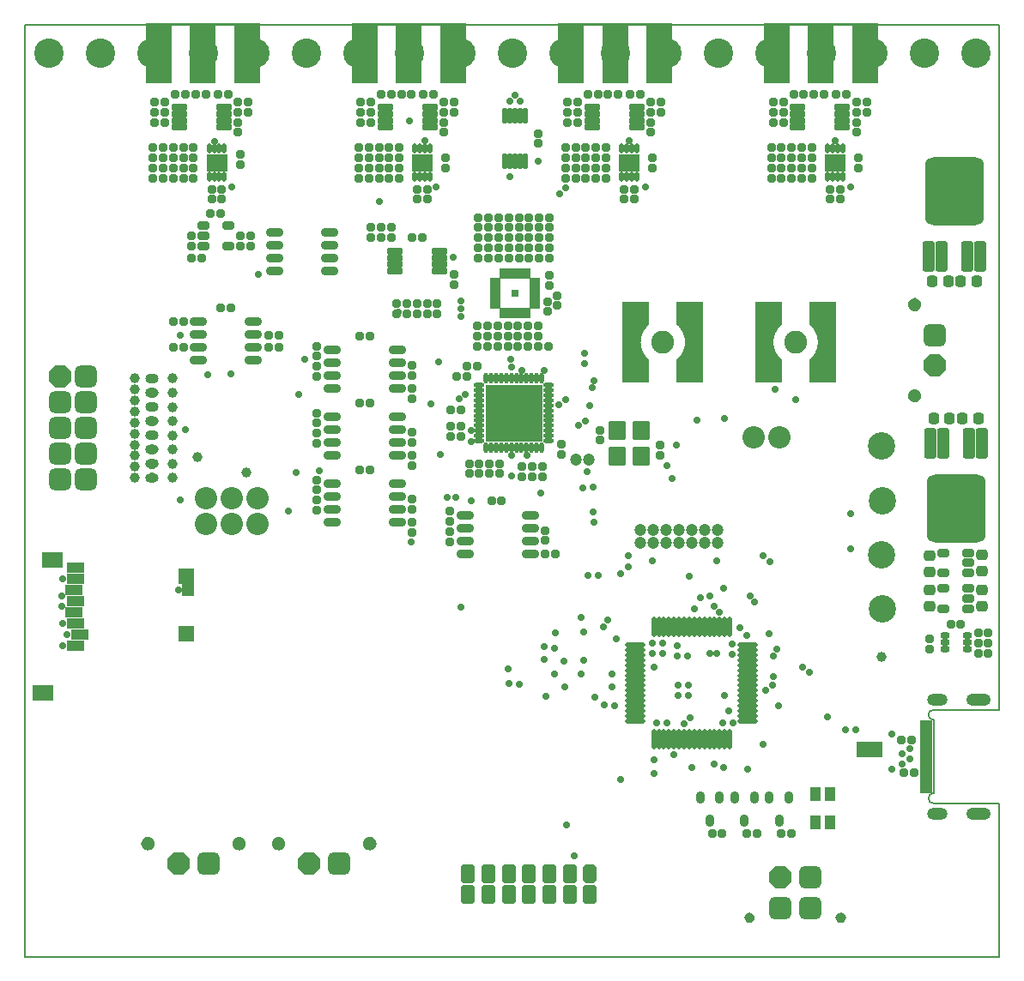
<source format=gts>
G04*
G04 #@! TF.GenerationSoftware,Altium Limited,Altium Designer,22.0.2 (36)*
G04*
G04 Layer_Color=8388736*
%FSLAX44Y44*%
%MOMM*%
G71*
G04*
G04 #@! TF.SameCoordinates,BB817302-6D05-45A6-82D7-9B19CF937CD1*
G04*
G04*
G04 #@! TF.FilePolarity,Negative*
G04*
G01*
G75*
%ADD11C,0.1500*%
%ADD12C,0.2000*%
%ADD53R,0.8532X1.5032*%
%ADD54R,0.9032X0.5032*%
%ADD55R,2.6032X6.0032*%
%ADD56R,2.5032X6.0032*%
%ADD57C,0.6000*%
G04:AMPARAMS|DCode=58|XSize=0.8032mm|YSize=0.8032mm|CornerRadius=0.1766mm|HoleSize=0mm|Usage=FLASHONLY|Rotation=90.000|XOffset=0mm|YOffset=0mm|HoleType=Round|Shape=RoundedRectangle|*
%AMROUNDEDRECTD58*
21,1,0.8032,0.4500,0,0,90.0*
21,1,0.4500,0.8032,0,0,90.0*
1,1,0.3532,0.2250,0.2250*
1,1,0.3532,0.2250,-0.2250*
1,1,0.3532,-0.2250,-0.2250*
1,1,0.3532,-0.2250,0.2250*
%
%ADD58ROUNDEDRECTD58*%
G04:AMPARAMS|DCode=59|XSize=0.5032mm|YSize=2.0032mm|CornerRadius=0.1766mm|HoleSize=0mm|Usage=FLASHONLY|Rotation=90.000|XOffset=0mm|YOffset=0mm|HoleType=Round|Shape=RoundedRectangle|*
%AMROUNDEDRECTD59*
21,1,0.5032,1.6500,0,0,90.0*
21,1,0.1500,2.0032,0,0,90.0*
1,1,0.3532,0.8250,0.0750*
1,1,0.3532,0.8250,-0.0750*
1,1,0.3532,-0.8250,-0.0750*
1,1,0.3532,-0.8250,0.0750*
%
%ADD59ROUNDEDRECTD59*%
G04:AMPARAMS|DCode=60|XSize=0.5032mm|YSize=2.0032mm|CornerRadius=0.1766mm|HoleSize=0mm|Usage=FLASHONLY|Rotation=0.000|XOffset=0mm|YOffset=0mm|HoleType=Round|Shape=RoundedRectangle|*
%AMROUNDEDRECTD60*
21,1,0.5032,1.6500,0,0,0.0*
21,1,0.1500,2.0032,0,0,0.0*
1,1,0.3532,0.0750,-0.8250*
1,1,0.3532,-0.0750,-0.8250*
1,1,0.3532,-0.0750,0.8250*
1,1,0.3532,0.0750,0.8250*
%
%ADD60ROUNDEDRECTD60*%
%ADD61R,1.7032X1.0032*%
%ADD62R,1.6032X1.5032*%
%ADD63R,1.1532X1.2032*%
%ADD64R,2.1032X1.6032*%
G04:AMPARAMS|DCode=65|XSize=0.8032mm|YSize=0.8032mm|CornerRadius=0.1766mm|HoleSize=0mm|Usage=FLASHONLY|Rotation=180.000|XOffset=0mm|YOffset=0mm|HoleType=Round|Shape=RoundedRectangle|*
%AMROUNDEDRECTD65*
21,1,0.8032,0.4500,0,0,180.0*
21,1,0.4500,0.8032,0,0,180.0*
1,1,0.3532,-0.2250,0.2250*
1,1,0.3532,0.2250,0.2250*
1,1,0.3532,0.2250,-0.2250*
1,1,0.3532,-0.2250,-0.2250*
%
%ADD65ROUNDEDRECTD65*%
%ADD66R,1.3032X0.5032*%
%ADD67C,2.2532*%
G04:AMPARAMS|DCode=68|XSize=0.8032mm|YSize=1.6532mm|CornerRadius=0.2516mm|HoleSize=0mm|Usage=FLASHONLY|Rotation=90.000|XOffset=0mm|YOffset=0mm|HoleType=Round|Shape=RoundedRectangle|*
%AMROUNDEDRECTD68*
21,1,0.8032,1.1500,0,0,90.0*
21,1,0.3000,1.6532,0,0,90.0*
1,1,0.5032,0.5750,0.1500*
1,1,0.5032,0.5750,-0.1500*
1,1,0.5032,-0.5750,-0.1500*
1,1,0.5032,-0.5750,0.1500*
%
%ADD68ROUNDEDRECTD68*%
%ADD69R,5.5532X5.5532*%
%ADD70O,1.0532X0.4532*%
%ADD71O,0.4532X1.0532*%
G04:AMPARAMS|DCode=72|XSize=0.6532mm|YSize=1.5532mm|CornerRadius=0.2141mm|HoleSize=0mm|Usage=FLASHONLY|Rotation=270.000|XOffset=0mm|YOffset=0mm|HoleType=Round|Shape=RoundedRectangle|*
%AMROUNDEDRECTD72*
21,1,0.6532,1.1250,0,0,270.0*
21,1,0.2250,1.5532,0,0,270.0*
1,1,0.4282,-0.5625,-0.1125*
1,1,0.4282,-0.5625,0.1125*
1,1,0.4282,0.5625,0.1125*
1,1,0.4282,0.5625,-0.1125*
%
%ADD72ROUNDEDRECTD72*%
G04:AMPARAMS|DCode=73|XSize=0.6032mm|YSize=0.9032mm|CornerRadius=0.2016mm|HoleSize=0mm|Usage=FLASHONLY|Rotation=90.000|XOffset=0mm|YOffset=0mm|HoleType=Round|Shape=RoundedRectangle|*
%AMROUNDEDRECTD73*
21,1,0.6032,0.5000,0,0,90.0*
21,1,0.2000,0.9032,0,0,90.0*
1,1,0.4032,0.2500,0.1000*
1,1,0.4032,0.2500,-0.1000*
1,1,0.4032,-0.2500,-0.1000*
1,1,0.4032,-0.2500,0.1000*
%
%ADD73ROUNDEDRECTD73*%
G04:AMPARAMS|DCode=74|XSize=0.8032mm|YSize=1.1032mm|CornerRadius=0.2516mm|HoleSize=0mm|Usage=FLASHONLY|Rotation=0.000|XOffset=0mm|YOffset=0mm|HoleType=Round|Shape=RoundedRectangle|*
%AMROUNDEDRECTD74*
21,1,0.8032,0.6000,0,0,0.0*
21,1,0.3000,1.1032,0,0,0.0*
1,1,0.5032,0.1500,-0.3000*
1,1,0.5032,-0.1500,-0.3000*
1,1,0.5032,-0.1500,0.3000*
1,1,0.5032,0.1500,0.3000*
%
%ADD74ROUNDEDRECTD74*%
%ADD75R,1.1032X1.4032*%
G04:AMPARAMS|DCode=76|XSize=0.8032mm|YSize=1.2032mm|CornerRadius=0.2516mm|HoleSize=0mm|Usage=FLASHONLY|Rotation=270.000|XOffset=0mm|YOffset=0mm|HoleType=Round|Shape=RoundedRectangle|*
%AMROUNDEDRECTD76*
21,1,0.8032,0.7000,0,0,270.0*
21,1,0.3000,1.2032,0,0,270.0*
1,1,0.5032,-0.3500,-0.1500*
1,1,0.5032,-0.3500,0.1500*
1,1,0.5032,0.3500,0.1500*
1,1,0.5032,0.3500,-0.1500*
%
%ADD76ROUNDEDRECTD76*%
G04:AMPARAMS|DCode=77|XSize=1.2032mm|YSize=3.0032mm|CornerRadius=0.2266mm|HoleSize=0mm|Usage=FLASHONLY|Rotation=0.000|XOffset=0mm|YOffset=0mm|HoleType=Round|Shape=RoundedRectangle|*
%AMROUNDEDRECTD77*
21,1,1.2032,2.5500,0,0,0.0*
21,1,0.7500,3.0032,0,0,0.0*
1,1,0.4532,0.3750,-1.2750*
1,1,0.4532,-0.3750,-1.2750*
1,1,0.4532,-0.3750,1.2750*
1,1,0.4532,0.3750,1.2750*
%
%ADD77ROUNDEDRECTD77*%
G04:AMPARAMS|DCode=78|XSize=6.7032mm|YSize=5.8032mm|CornerRadius=0.8016mm|HoleSize=0mm|Usage=FLASHONLY|Rotation=90.000|XOffset=0mm|YOffset=0mm|HoleType=Round|Shape=RoundedRectangle|*
%AMROUNDEDRECTD78*
21,1,6.7032,4.2000,0,0,90.0*
21,1,5.1000,5.8032,0,0,90.0*
1,1,1.6032,2.1000,2.5500*
1,1,1.6032,2.1000,-2.5500*
1,1,1.6032,-2.1000,-2.5500*
1,1,1.6032,-2.1000,2.5500*
%
%ADD78ROUNDEDRECTD78*%
G04:AMPARAMS|DCode=79|XSize=0.9532mm|YSize=1.1032mm|CornerRadius=0.1954mm|HoleSize=0mm|Usage=FLASHONLY|Rotation=180.000|XOffset=0mm|YOffset=0mm|HoleType=Round|Shape=RoundedRectangle|*
%AMROUNDEDRECTD79*
21,1,0.9532,0.7125,0,0,180.0*
21,1,0.5625,1.1032,0,0,180.0*
1,1,0.3907,-0.2813,0.3563*
1,1,0.3907,0.2813,0.3563*
1,1,0.3907,0.2813,-0.3563*
1,1,0.3907,-0.2813,-0.3563*
%
%ADD79ROUNDEDRECTD79*%
G04:AMPARAMS|DCode=80|XSize=0.9532mm|YSize=1.1032mm|CornerRadius=0.1954mm|HoleSize=0mm|Usage=FLASHONLY|Rotation=270.000|XOffset=0mm|YOffset=0mm|HoleType=Round|Shape=RoundedRectangle|*
%AMROUNDEDRECTD80*
21,1,0.9532,0.7125,0,0,270.0*
21,1,0.5625,1.1032,0,0,270.0*
1,1,0.3907,-0.3563,-0.2813*
1,1,0.3907,-0.3563,0.2813*
1,1,0.3907,0.3563,0.2813*
1,1,0.3907,0.3563,-0.2813*
%
%ADD80ROUNDEDRECTD80*%
G04:AMPARAMS|DCode=81|XSize=1.9032mm|YSize=1.7532mm|CornerRadius=0.2954mm|HoleSize=0mm|Usage=FLASHONLY|Rotation=90.000|XOffset=0mm|YOffset=0mm|HoleType=Round|Shape=RoundedRectangle|*
%AMROUNDEDRECTD81*
21,1,1.9032,1.1625,0,0,90.0*
21,1,1.3125,1.7532,0,0,90.0*
1,1,0.5907,0.5813,0.6563*
1,1,0.5907,0.5813,-0.6563*
1,1,0.5907,-0.5813,-0.6563*
1,1,0.5907,-0.5813,0.6563*
%
%ADD81ROUNDEDRECTD81*%
G04:AMPARAMS|DCode=82|XSize=0.5032mm|YSize=1.6032mm|CornerRadius=0.1766mm|HoleSize=0mm|Usage=FLASHONLY|Rotation=180.000|XOffset=0mm|YOffset=0mm|HoleType=Round|Shape=RoundedRectangle|*
%AMROUNDEDRECTD82*
21,1,0.5032,1.2500,0,0,180.0*
21,1,0.1500,1.6032,0,0,180.0*
1,1,0.3532,-0.0750,0.6250*
1,1,0.3532,0.0750,0.6250*
1,1,0.3532,0.0750,-0.6250*
1,1,0.3532,-0.0750,-0.6250*
%
%ADD82ROUNDEDRECTD82*%
%ADD83R,0.8032X0.8032*%
%ADD84R,0.5032X1.0532*%
%ADD85R,1.0532X0.5032*%
G04:AMPARAMS|DCode=86|XSize=0.5032mm|YSize=1.0032mm|CornerRadius=0.1766mm|HoleSize=0mm|Usage=FLASHONLY|Rotation=0.000|XOffset=0mm|YOffset=0mm|HoleType=Round|Shape=RoundedRectangle|*
%AMROUNDEDRECTD86*
21,1,0.5032,0.6500,0,0,0.0*
21,1,0.1500,1.0032,0,0,0.0*
1,1,0.3532,0.0750,-0.3250*
1,1,0.3532,-0.0750,-0.3250*
1,1,0.3532,-0.0750,0.3250*
1,1,0.3532,0.0750,0.3250*
%
%ADD86ROUNDEDRECTD86*%
%ADD87R,2.0032X1.7032*%
%ADD88C,1.2032*%
%ADD89P,2.4194X8X202.5*%
G04:AMPARAMS|DCode=90|XSize=2.2352mm|YSize=2.2352mm|CornerRadius=0.6096mm|HoleSize=0mm|Usage=FLASHONLY|Rotation=180.000|XOffset=0mm|YOffset=0mm|HoleType=Round|Shape=RoundedRectangle|*
%AMROUNDEDRECTD90*
21,1,2.2352,1.0160,0,0,180.0*
21,1,1.0160,2.2352,0,0,180.0*
1,1,1.2192,-0.5080,0.5080*
1,1,1.2192,0.5080,0.5080*
1,1,1.2192,0.5080,-0.5080*
1,1,1.2192,-0.5080,-0.5080*
%
%ADD90ROUNDEDRECTD90*%
G04:AMPARAMS|DCode=91|XSize=1.4224mm|YSize=1.9304mm|CornerRadius=0.4064mm|HoleSize=0mm|Usage=FLASHONLY|Rotation=0.000|XOffset=0mm|YOffset=0mm|HoleType=Round|Shape=RoundedRectangle|*
%AMROUNDEDRECTD91*
21,1,1.4224,1.1176,0,0,0.0*
21,1,0.6096,1.9304,0,0,0.0*
1,1,0.8128,0.3048,-0.5588*
1,1,0.8128,-0.3048,-0.5588*
1,1,0.8128,-0.3048,0.5588*
1,1,0.8128,0.3048,0.5588*
%
%ADD91ROUNDEDRECTD91*%
G04:AMPARAMS|DCode=92|XSize=1.4224mm|YSize=1.9304mm|CornerRadius=0mm|HoleSize=0mm|Usage=FLASHONLY|Rotation=0.000|XOffset=0mm|YOffset=0mm|HoleType=Round|Shape=Octagon|*
%AMOCTAGOND92*
4,1,8,-0.3556,0.9652,0.3556,0.9652,0.7112,0.6096,0.7112,-0.6096,0.3556,-0.9652,-0.3556,-0.9652,-0.7112,-0.6096,-0.7112,0.6096,-0.3556,0.9652,0.0*
%
%ADD92OCTAGOND92*%

%ADD93P,2.4194X8X112.5*%
G04:AMPARAMS|DCode=94|XSize=2.2352mm|YSize=2.2352mm|CornerRadius=0.6096mm|HoleSize=0mm|Usage=FLASHONLY|Rotation=90.000|XOffset=0mm|YOffset=0mm|HoleType=Round|Shape=RoundedRectangle|*
%AMROUNDEDRECTD94*
21,1,2.2352,1.0160,0,0,90.0*
21,1,1.0160,2.2352,0,0,90.0*
1,1,1.2192,0.5080,0.5080*
1,1,1.2192,0.5080,-0.5080*
1,1,1.2192,-0.5080,-0.5080*
1,1,1.2192,-0.5080,0.5080*
%
%ADD94ROUNDEDRECTD94*%
%ADD95C,1.0032*%
G04:AMPARAMS|DCode=96|XSize=2.2032mm|YSize=2.2032mm|CornerRadius=0.6016mm|HoleSize=0mm|Usage=FLASHONLY|Rotation=90.000|XOffset=0mm|YOffset=0mm|HoleType=Round|Shape=RoundedRectangle|*
%AMROUNDEDRECTD96*
21,1,2.2032,1.0000,0,0,90.0*
21,1,1.0000,2.2032,0,0,90.0*
1,1,1.2032,0.5000,0.5000*
1,1,1.2032,0.5000,-0.5000*
1,1,1.2032,-0.5000,-0.5000*
1,1,1.2032,-0.5000,0.5000*
%
%ADD96ROUNDEDRECTD96*%
%ADD97P,2.3848X8X112.5*%
%ADD98C,2.2032*%
%ADD99O,2.4032X1.2032*%
%ADD100O,2.0032X1.2032*%
%ADD101C,2.7032*%
%ADD102C,2.9032*%
%ADD103C,0.7032*%
G36*
X114444Y111800D02*
X114667Y110103D01*
X115322Y108522D01*
X116364Y107164D01*
X117722Y106122D01*
X119303Y105467D01*
X121000Y105244D01*
X122697Y105467D01*
X124278Y106122D01*
X125636Y107164D01*
X126678Y108522D01*
X127333Y110103D01*
X127556Y111800D01*
D01*
X127333Y113497D01*
X126678Y115078D01*
X125636Y116436D01*
X124278Y117478D01*
X122697Y118133D01*
X121000Y118356D01*
X119303Y118133D01*
X117722Y117478D01*
X116364Y116436D01*
X115322Y115078D01*
X114667Y113497D01*
X114444Y111800D01*
D01*
D02*
G37*
G36*
X204444D02*
X204667Y110103D01*
X205322Y108522D01*
X206364Y107164D01*
X207722Y106122D01*
X209303Y105467D01*
X211000Y105244D01*
X212697Y105467D01*
X214278Y106122D01*
X215636Y107164D01*
X216678Y108522D01*
X217333Y110103D01*
X217556Y111800D01*
D01*
X217333Y113497D01*
X216678Y115078D01*
X215636Y116436D01*
X214278Y117478D01*
X212697Y118133D01*
X211000Y118356D01*
X209303Y118133D01*
X207722Y117478D01*
X206364Y116436D01*
X205322Y115078D01*
X204667Y113497D01*
X204444Y111800D01*
D01*
D02*
G37*
G36*
X126750Y478001D02*
X123250Y478000D01*
X118250Y473000D01*
X123250Y468000D01*
X126750D01*
X131750Y473000D01*
X126750Y478001D01*
D02*
G37*
G36*
Y492001D02*
X123250Y492000D01*
X118250Y487000D01*
X123250Y482000D01*
X126750D01*
X131750Y487000D01*
X126750Y492001D01*
D02*
G37*
G36*
Y506001D02*
X123250Y506000D01*
X118250Y501000D01*
X123250Y496000D01*
X126750D01*
X131750Y501000D01*
X126750Y506001D01*
D02*
G37*
G36*
Y520001D02*
X123250Y520000D01*
X118250Y515000D01*
X123250Y510000D01*
X126750D01*
X131750Y515000D01*
X126750Y520001D01*
D02*
G37*
G36*
Y534001D02*
X123250Y534000D01*
X118250Y529000D01*
X123250Y524000D01*
X126750D01*
X131750Y529000D01*
X126750Y534001D01*
D02*
G37*
G36*
Y548001D02*
X123250Y548000D01*
X118250Y543000D01*
X123250Y538000D01*
X126750D01*
X131750Y543000D01*
X126750Y548001D01*
D02*
G37*
G36*
Y562001D02*
X123250Y562000D01*
X118250Y557000D01*
X123250Y552000D01*
X126750D01*
X131750Y557000D01*
X126750Y562001D01*
D02*
G37*
G36*
Y576001D02*
X123250Y576000D01*
X118250Y571000D01*
X123250Y566000D01*
X126750D01*
X131750Y571000D01*
X126750Y576001D01*
D02*
G37*
G36*
X243444Y111800D02*
X243667Y110103D01*
X244322Y108522D01*
X245364Y107164D01*
X246722Y106122D01*
X248303Y105467D01*
X250000Y105244D01*
X251697Y105467D01*
X253278Y106122D01*
X254636Y107164D01*
X255678Y108522D01*
X256333Y110103D01*
X256556Y111800D01*
D01*
X256333Y113497D01*
X255678Y115078D01*
X254636Y116436D01*
X253278Y117478D01*
X251697Y118133D01*
X250000Y118356D01*
X248303Y118133D01*
X246722Y117478D01*
X245364Y116436D01*
X244322Y115078D01*
X243667Y113497D01*
X243444Y111800D01*
D01*
D02*
G37*
G36*
X333444D02*
X333667Y110103D01*
X334322Y108522D01*
X335364Y107164D01*
X336722Y106122D01*
X338303Y105467D01*
X340000Y105244D01*
X341697Y105467D01*
X343278Y106122D01*
X344636Y107164D01*
X345678Y108522D01*
X346333Y110103D01*
X346556Y111800D01*
D01*
X346333Y113497D01*
X345678Y115078D01*
X344636Y116436D01*
X343278Y117478D01*
X341697Y118133D01*
X340000Y118356D01*
X338303Y118133D01*
X336722Y117478D01*
X335364Y116436D01*
X334322Y115078D01*
X333667Y113497D01*
X333444Y111800D01*
D01*
D02*
G37*
G36*
X714500Y33602D02*
X716451Y33990D01*
X718105Y35095D01*
X719210Y36749D01*
X719598Y38700D01*
X719210Y40651D01*
X718105Y42305D01*
X716451Y43410D01*
X714500Y43798D01*
D01*
X712549Y43410D01*
X710895Y42305D01*
X709790Y40651D01*
X709402Y38700D01*
X709790Y36749D01*
X710895Y35095D01*
X712549Y33990D01*
X714500Y33602D01*
D01*
D02*
G37*
G36*
X615600Y624700D02*
X615149Y624309D01*
X614641Y623843D01*
X614146Y623362D01*
X613665Y622868D01*
X613199Y622359D01*
X612748Y621837D01*
X612313Y621302D01*
X611893Y620755D01*
X611489Y620196D01*
X611101Y619625D01*
X610731Y619043D01*
X610377Y618451D01*
X610041Y617848D01*
X609722Y617237D01*
X609422Y616616D01*
X609139Y615986D01*
X608875Y615349D01*
X608630Y614704D01*
X608404Y614053D01*
X608196Y613395D01*
X608008Y612731D01*
X607839Y612062D01*
X607690Y611389D01*
X607560Y610711D01*
X607450Y610030D01*
X607360Y609346D01*
X607290Y608660D01*
X607240Y607972D01*
X607210Y607283D01*
X607200Y606500D01*
X607236Y605743D01*
X607286Y605101D01*
X607355Y604462D01*
X607443Y603824D01*
X607549Y603190D01*
X607674Y602559D01*
X607817Y601931D01*
X607978Y601309D01*
X608157Y600691D01*
X608354Y600078D01*
X608568Y599472D01*
X608801Y598872D01*
X609050Y598279D01*
X609317Y597694D01*
X609601Y597116D01*
X609901Y596548D01*
X610218Y595988D01*
X610551Y595437D01*
X610900Y594897D01*
X611264Y594366D01*
X611644Y593847D01*
X612038Y593339D01*
X612448Y592843D01*
X612871Y592358D01*
X613308Y591886D01*
X613759Y591428D01*
X614223Y590982D01*
X614700Y590550D01*
X615189Y590132D01*
X615600Y589800D01*
Y567200D01*
X589200D01*
Y646800D01*
X615600D01*
Y624700D01*
D02*
G37*
G36*
X668800Y567200D02*
X642400D01*
Y589800D01*
X642915Y590229D01*
X643408Y590666D01*
X643889Y591117D01*
X644356Y591581D01*
X644809Y592059D01*
X645249Y592550D01*
X645674Y593053D01*
X646084Y593569D01*
X646479Y594096D01*
X646858Y594634D01*
X647222Y595184D01*
X647569Y595743D01*
X647900Y596313D01*
X648214Y596892D01*
X648512Y597480D01*
X648792Y598076D01*
X649055Y598680D01*
X649300Y599291D01*
X649527Y599910D01*
X649736Y600534D01*
X649926Y601165D01*
X650099Y601801D01*
X650253Y602441D01*
X650388Y603086D01*
X650504Y603734D01*
X650601Y604386D01*
X650680Y605040D01*
X650739Y605696D01*
X650779Y606353D01*
X650800Y607000D01*
X650791Y607517D01*
X650761Y608191D01*
X650712Y608863D01*
X650644Y609534D01*
X650556Y610203D01*
X650449Y610868D01*
X650322Y611530D01*
X650176Y612189D01*
X650011Y612842D01*
X649827Y613491D01*
X649624Y614134D01*
X649403Y614771D01*
X649163Y615401D01*
X648905Y616024D01*
X648629Y616639D01*
X648335Y617246D01*
X648024Y617844D01*
X647695Y618433D01*
X647350Y619012D01*
X646987Y619580D01*
X646609Y620138D01*
X646214Y620685D01*
X645804Y621220D01*
X645378Y621743D01*
X644937Y622253D01*
X644481Y622750D01*
X644012Y623233D01*
X643528Y623703D01*
X643031Y624159D01*
X642400Y624700D01*
Y646800D01*
X668800D01*
Y567200D01*
D02*
G37*
G36*
X879097Y650333D02*
X880678Y649678D01*
X882036Y648636D01*
X883078Y647278D01*
X883733Y645697D01*
X883956Y644000D01*
X883733Y642303D01*
X883078Y640722D01*
X882036Y639364D01*
X880678Y638322D01*
X879097Y637667D01*
X877400Y637444D01*
X875703Y637667D01*
X874122Y638322D01*
X872764Y639364D01*
X871722Y640722D01*
X871067Y642303D01*
X870844Y644000D01*
X871067Y645697D01*
X871722Y647278D01*
X872764Y648636D01*
X874122Y649678D01*
X875703Y650333D01*
X877400Y650556D01*
X879097Y650333D01*
D02*
G37*
G36*
X799800Y567200D02*
X773400D01*
Y589800D01*
X773915Y590229D01*
X774408Y590666D01*
X774889Y591117D01*
X775356Y591581D01*
X775809Y592059D01*
X776249Y592550D01*
X776674Y593053D01*
X777084Y593569D01*
X777479Y594096D01*
X777858Y594634D01*
X778222Y595184D01*
X778569Y595743D01*
X778900Y596313D01*
X779214Y596892D01*
X779512Y597480D01*
X779792Y598076D01*
X780055Y598680D01*
X780300Y599291D01*
X780527Y599910D01*
X780736Y600534D01*
X780927Y601165D01*
X781099Y601801D01*
X781253Y602441D01*
X781388Y603086D01*
X781504Y603734D01*
X781601Y604386D01*
X781680Y605040D01*
X781739Y605696D01*
X781779Y606353D01*
X781800Y607000D01*
X781791Y607517D01*
X781761Y608191D01*
X781712Y608863D01*
X781644Y609534D01*
X781556Y610203D01*
X781449Y610868D01*
X781322Y611530D01*
X781176Y612189D01*
X781011Y612842D01*
X780827Y613491D01*
X780624Y614134D01*
X780403Y614771D01*
X780163Y615401D01*
X779905Y616024D01*
X779629Y616639D01*
X779335Y617246D01*
X779024Y617844D01*
X778695Y618433D01*
X778350Y619012D01*
X777987Y619580D01*
X777609Y620138D01*
X777214Y620685D01*
X776804Y621220D01*
X776378Y621743D01*
X775937Y622253D01*
X775481Y622750D01*
X775012Y623233D01*
X774528Y623703D01*
X774031Y624159D01*
X773400Y624700D01*
Y646800D01*
X799800D01*
Y567200D01*
D02*
G37*
G36*
X746600Y624700D02*
X746149Y624309D01*
X745641Y623843D01*
X745146Y623362D01*
X744665Y622868D01*
X744199Y622359D01*
X743748Y621837D01*
X743313Y621302D01*
X742893Y620755D01*
X742489Y620196D01*
X742101Y619625D01*
X741731Y619043D01*
X741377Y618451D01*
X741041Y617848D01*
X740722Y617237D01*
X740422Y616616D01*
X740139Y615986D01*
X739875Y615349D01*
X739630Y614704D01*
X739404Y614053D01*
X739196Y613395D01*
X739008Y612731D01*
X738839Y612062D01*
X738690Y611389D01*
X738560Y610711D01*
X738450Y610030D01*
X738360Y609346D01*
X738290Y608660D01*
X738240Y607972D01*
X738210Y607283D01*
X738200Y606500D01*
X738236Y605743D01*
X738286Y605101D01*
X738355Y604462D01*
X738443Y603824D01*
X738549Y603190D01*
X738674Y602559D01*
X738817Y601931D01*
X738978Y601309D01*
X739157Y600691D01*
X739354Y600078D01*
X739568Y599472D01*
X739801Y598872D01*
X740050Y598279D01*
X740317Y597694D01*
X740601Y597116D01*
X740901Y596548D01*
X741218Y595988D01*
X741551Y595437D01*
X741900Y594897D01*
X742264Y594366D01*
X742644Y593847D01*
X743038Y593339D01*
X743448Y592843D01*
X743871Y592358D01*
X744308Y591886D01*
X744759Y591428D01*
X745223Y590982D01*
X745700Y590550D01*
X746189Y590132D01*
X746600Y589800D01*
Y567200D01*
X720200D01*
Y646800D01*
X746600D01*
Y624700D01*
D02*
G37*
G36*
X879097Y560333D02*
X880678Y559678D01*
X882036Y558636D01*
X883078Y557278D01*
X883733Y555697D01*
X883956Y554000D01*
X883733Y552303D01*
X883078Y550722D01*
X882036Y549364D01*
X880678Y548322D01*
X879097Y547667D01*
X877400Y547444D01*
X875703Y547667D01*
X874122Y548322D01*
X872764Y549364D01*
X871722Y550722D01*
X871067Y552303D01*
X870844Y554000D01*
X871067Y555697D01*
X871722Y557278D01*
X872764Y558636D01*
X874122Y559678D01*
X875703Y560333D01*
X877400Y560556D01*
X879097Y560333D01*
D02*
G37*
G36*
X806451Y43410D02*
X808105Y42305D01*
X809210Y40651D01*
X809598Y38700D01*
X809210Y36749D01*
X808105Y35095D01*
X806451Y33990D01*
X804500Y33602D01*
X802549Y33990D01*
X800895Y35095D01*
X799790Y36749D01*
X799402Y38700D01*
X799790Y40651D01*
X800895Y42305D01*
X802549Y43410D01*
X804500Y43798D01*
X806451Y43410D01*
D02*
G37*
D11*
X896000Y244000D02*
G03*
X896000Y234000I0J-5000D01*
G01*
Y161600D02*
G03*
X896000Y151600I0J-5000D01*
G01*
X749800Y921000D02*
X818800D01*
X547000Y921000D02*
X616000D01*
X343400Y921000D02*
X412400D01*
X140200D02*
X209200D01*
X961000Y141600D02*
Y151600D01*
X896000D02*
X961000D01*
X961000Y0D02*
X961000Y141600D01*
X0Y0D02*
X961000D01*
X961000Y254000D02*
X961000Y920000D01*
X896000Y244000D02*
X961000D01*
Y254000D01*
X896000Y161600D02*
Y234000D01*
X0Y920000D02*
X0Y0D01*
X0Y920000D02*
X961000D01*
D12*
X123250Y491000D02*
G03*
X123250Y483000I0J-4000D01*
G01*
X126750D02*
G03*
X126750Y491000I0J4000D01*
G01*
X123250Y477000D02*
G03*
X123250Y469000I0J-4000D01*
G01*
X126750D02*
G03*
X126750Y477000I0J4000D01*
G01*
X123250Y519000D02*
G03*
X123250Y511000I0J-4000D01*
G01*
X126750D02*
G03*
X126750Y519000I0J4000D01*
G01*
X123250Y505000D02*
G03*
X123250Y497000I0J-4000D01*
G01*
X126750D02*
G03*
X126750Y505000I0J4000D01*
G01*
X123250Y575000D02*
G03*
X123250Y567000I0J-4000D01*
G01*
X126750D02*
G03*
X126750Y575000I0J4000D01*
G01*
X123250Y547000D02*
G03*
X123250Y539000I0J-4000D01*
G01*
X126750D02*
G03*
X126750Y547000I0J4000D01*
G01*
X123250Y561000D02*
G03*
X123250Y553000I0J-4000D01*
G01*
X126750D02*
G03*
X126750Y561000I0J4000D01*
G01*
X123250Y533000D02*
G03*
X123250Y525000I0J-4000D01*
G01*
X126750D02*
G03*
X126750Y533000I0J4000D01*
G01*
D53*
X833000Y205000D02*
D03*
D54*
X841500Y210000D02*
D03*
Y205000D02*
D03*
Y200000D02*
D03*
X824500D02*
D03*
Y205000D02*
D03*
Y210000D02*
D03*
D55*
X828600Y892000D02*
D03*
X741300D02*
D03*
X625800Y892000D02*
D03*
X538500D02*
D03*
X422200Y892000D02*
D03*
X334900D02*
D03*
X219000D02*
D03*
X131700D02*
D03*
D56*
X784800D02*
D03*
X582000Y892000D02*
D03*
X378400Y892000D02*
D03*
X175200D02*
D03*
D57*
X128750Y487000D02*
D03*
X121250D02*
D03*
X128750Y473000D02*
D03*
X121250D02*
D03*
X128750Y515000D02*
D03*
X121250D02*
D03*
X128750Y501000D02*
D03*
X121250D02*
D03*
X128750Y571000D02*
D03*
X121250D02*
D03*
X128750Y543000D02*
D03*
X121250D02*
D03*
X128750Y557000D02*
D03*
X121250D02*
D03*
X128750Y529000D02*
D03*
X121250D02*
D03*
D58*
X529000Y506000D02*
D03*
Y496000D02*
D03*
X382000Y518000D02*
D03*
Y508000D02*
D03*
Y485000D02*
D03*
Y495000D02*
D03*
X288000Y537000D02*
D03*
Y527000D02*
D03*
Y517000D02*
D03*
Y507000D02*
D03*
X382000Y419000D02*
D03*
Y429000D02*
D03*
Y452000D02*
D03*
Y442000D02*
D03*
X288000Y451000D02*
D03*
Y441000D02*
D03*
Y471000D02*
D03*
Y461000D02*
D03*
X288000Y603000D02*
D03*
Y593000D02*
D03*
Y583000D02*
D03*
Y573000D02*
D03*
X382000Y551000D02*
D03*
Y561000D02*
D03*
Y584000D02*
D03*
Y574000D02*
D03*
X351000Y720000D02*
D03*
Y710000D02*
D03*
X423000Y674000D02*
D03*
Y664000D02*
D03*
X341000Y720000D02*
D03*
X341000Y710000D02*
D03*
X447000Y720000D02*
D03*
Y730000D02*
D03*
X456000Y613000D02*
D03*
Y623000D02*
D03*
X513000Y411000D02*
D03*
Y421000D02*
D03*
X419000Y430000D02*
D03*
Y440000D02*
D03*
Y410000D02*
D03*
Y420000D02*
D03*
X438000Y477000D02*
D03*
Y487000D02*
D03*
X626000Y505000D02*
D03*
Y495000D02*
D03*
X567000Y520000D02*
D03*
Y510000D02*
D03*
X458000Y477000D02*
D03*
Y487000D02*
D03*
X448000Y477000D02*
D03*
Y487000D02*
D03*
X468000Y477000D02*
D03*
Y487000D02*
D03*
X490000Y474000D02*
D03*
Y484000D02*
D03*
X500000Y474000D02*
D03*
Y484000D02*
D03*
X510000Y474000D02*
D03*
Y484000D02*
D03*
X517000Y663000D02*
D03*
X517000Y673000D02*
D03*
X497000Y710000D02*
D03*
X497000Y700000D02*
D03*
X387000Y758000D02*
D03*
X387000Y748000D02*
D03*
X892000Y304000D02*
D03*
X892000Y314000D02*
D03*
X406500Y635000D02*
D03*
X406500Y645000D02*
D03*
X386500D02*
D03*
Y635000D02*
D03*
X396500Y645000D02*
D03*
Y635000D02*
D03*
X376500Y645000D02*
D03*
Y635000D02*
D03*
X366500Y645000D02*
D03*
Y635000D02*
D03*
X447000Y710000D02*
D03*
X447000Y700000D02*
D03*
X457000Y730000D02*
D03*
Y720000D02*
D03*
X457000Y700000D02*
D03*
X457000Y710000D02*
D03*
X467000Y730000D02*
D03*
Y720000D02*
D03*
X507000Y710000D02*
D03*
X507000Y700000D02*
D03*
X467000Y710000D02*
D03*
X467000Y700000D02*
D03*
X477000Y700000D02*
D03*
X477000Y710000D02*
D03*
X517000Y700000D02*
D03*
X517000Y710000D02*
D03*
X487000D02*
D03*
X487000Y700000D02*
D03*
X477000Y730000D02*
D03*
Y720000D02*
D03*
X487000Y730000D02*
D03*
Y720000D02*
D03*
X497000Y730000D02*
D03*
Y720000D02*
D03*
X507000Y730000D02*
D03*
Y720000D02*
D03*
X517000Y730000D02*
D03*
Y720000D02*
D03*
X413000Y844000D02*
D03*
Y834000D02*
D03*
X423000Y844000D02*
D03*
Y834000D02*
D03*
X331000Y824000D02*
D03*
X331000Y834000D02*
D03*
X341000D02*
D03*
Y824000D02*
D03*
X617000Y814000D02*
D03*
Y824000D02*
D03*
X553000Y769000D02*
D03*
Y779000D02*
D03*
X619000D02*
D03*
Y789000D02*
D03*
X591000Y758000D02*
D03*
X591000Y748000D02*
D03*
X601000Y758000D02*
D03*
X601000Y748000D02*
D03*
X617000Y834000D02*
D03*
Y844000D02*
D03*
X627000Y834000D02*
D03*
Y844000D02*
D03*
X553000Y799000D02*
D03*
Y789000D02*
D03*
X535000Y834000D02*
D03*
X535000Y824000D02*
D03*
X545000D02*
D03*
Y834000D02*
D03*
X820000Y814000D02*
D03*
Y824000D02*
D03*
X756000Y769000D02*
D03*
Y779000D02*
D03*
X822000D02*
D03*
Y789000D02*
D03*
X794000Y758000D02*
D03*
X794000Y748000D02*
D03*
X804000Y758000D02*
D03*
X804000Y748000D02*
D03*
X820000Y834000D02*
D03*
Y844000D02*
D03*
X830000Y834000D02*
D03*
Y844000D02*
D03*
X756000Y799000D02*
D03*
Y789000D02*
D03*
X748000Y834000D02*
D03*
X748000Y824000D02*
D03*
X738000D02*
D03*
Y834000D02*
D03*
X212000Y702000D02*
D03*
X212000Y712000D02*
D03*
X222000D02*
D03*
Y702000D02*
D03*
X413000Y814000D02*
D03*
Y824000D02*
D03*
X349000Y769000D02*
D03*
Y779000D02*
D03*
X415000D02*
D03*
Y789000D02*
D03*
X397000Y758000D02*
D03*
X397000Y748000D02*
D03*
X349000Y799000D02*
D03*
Y789000D02*
D03*
X361000Y720000D02*
D03*
X361000Y710000D02*
D03*
X515000Y637000D02*
D03*
X515000Y647000D02*
D03*
X466000Y613000D02*
D03*
Y623000D02*
D03*
X476000D02*
D03*
Y613000D02*
D03*
X486000Y623000D02*
D03*
Y613000D02*
D03*
X496000D02*
D03*
Y623000D02*
D03*
X446000D02*
D03*
Y613000D02*
D03*
X506000D02*
D03*
Y623000D02*
D03*
X525000Y643000D02*
D03*
X525000Y653000D02*
D03*
X138000Y824000D02*
D03*
Y834000D02*
D03*
X128000Y824000D02*
D03*
X128000Y834000D02*
D03*
X220000Y844000D02*
D03*
Y834000D02*
D03*
X212000Y782000D02*
D03*
Y792000D02*
D03*
X164000Y702000D02*
D03*
Y712000D02*
D03*
X506000Y813000D02*
D03*
X506000Y803000D02*
D03*
X210000Y834000D02*
D03*
Y844000D02*
D03*
Y814000D02*
D03*
Y824000D02*
D03*
X146000Y799000D02*
D03*
Y789000D02*
D03*
Y769000D02*
D03*
Y779000D02*
D03*
X184000Y748000D02*
D03*
X184000Y758000D02*
D03*
X194000Y748000D02*
D03*
X194000Y758000D02*
D03*
D59*
X602000Y308000D02*
D03*
Y303000D02*
D03*
Y298000D02*
D03*
Y293000D02*
D03*
Y288000D02*
D03*
Y283000D02*
D03*
Y278000D02*
D03*
Y273000D02*
D03*
Y268000D02*
D03*
Y263000D02*
D03*
Y258000D02*
D03*
Y253000D02*
D03*
Y248000D02*
D03*
Y243000D02*
D03*
Y238000D02*
D03*
Y233000D02*
D03*
X713000D02*
D03*
Y238000D02*
D03*
Y243000D02*
D03*
Y248000D02*
D03*
Y253000D02*
D03*
Y258000D02*
D03*
Y263000D02*
D03*
Y268000D02*
D03*
Y273000D02*
D03*
Y278000D02*
D03*
Y283000D02*
D03*
Y288000D02*
D03*
Y293000D02*
D03*
Y298000D02*
D03*
Y303000D02*
D03*
Y308000D02*
D03*
D60*
X620000Y215000D02*
D03*
X625000D02*
D03*
X630000D02*
D03*
X635000D02*
D03*
X640000D02*
D03*
X645000D02*
D03*
X650000D02*
D03*
X655000D02*
D03*
X660000D02*
D03*
X665000D02*
D03*
X670000D02*
D03*
X675000D02*
D03*
X680000D02*
D03*
X685000D02*
D03*
X690000D02*
D03*
X695000D02*
D03*
Y326000D02*
D03*
X690000D02*
D03*
X685000D02*
D03*
X680000D02*
D03*
X675000D02*
D03*
X670000D02*
D03*
X665000D02*
D03*
X660000D02*
D03*
X655000D02*
D03*
X650000D02*
D03*
X645000D02*
D03*
X640000D02*
D03*
X635000D02*
D03*
X630000D02*
D03*
X625000D02*
D03*
X620000D02*
D03*
D61*
X50000Y307000D02*
D03*
X54000Y318000D02*
D03*
X50000Y329000D02*
D03*
X48000Y340000D02*
D03*
X50000Y351000D02*
D03*
X48000Y362000D02*
D03*
X50000Y373000D02*
D03*
Y384000D02*
D03*
D62*
X158600Y375900D02*
D03*
Y318900D02*
D03*
D63*
X160850Y362000D02*
D03*
D64*
X27100Y391900D02*
D03*
X17100Y260400D02*
D03*
D65*
X864000Y214000D02*
D03*
X874000D02*
D03*
X867000Y182000D02*
D03*
X877000D02*
D03*
X436000Y573000D02*
D03*
X426000D02*
D03*
X330000Y547000D02*
D03*
X340000Y547000D02*
D03*
X330000Y481000D02*
D03*
X340000Y481000D02*
D03*
X330000Y613000D02*
D03*
X340000Y613000D02*
D03*
X923000Y328500D02*
D03*
X913000Y328500D02*
D03*
X711571Y121971D02*
D03*
X721571D02*
D03*
X677571Y121971D02*
D03*
X687571D02*
D03*
X745571Y121971D02*
D03*
X755571D02*
D03*
X513000Y398000D02*
D03*
X523000D02*
D03*
X470000Y450000D02*
D03*
X460000Y450000D02*
D03*
X420000Y514000D02*
D03*
X430000D02*
D03*
X506000Y603000D02*
D03*
X516000D02*
D03*
X496000D02*
D03*
X486000D02*
D03*
X466000D02*
D03*
X476000D02*
D03*
X456000D02*
D03*
X446000D02*
D03*
X436000Y583000D02*
D03*
X446000D02*
D03*
X420000Y524000D02*
D03*
X430000D02*
D03*
X420000Y540000D02*
D03*
X430000D02*
D03*
X203000Y641000D02*
D03*
X193000Y641000D02*
D03*
X950000Y320000D02*
D03*
X940000D02*
D03*
X950000Y310000D02*
D03*
X940000D02*
D03*
X950000Y300000D02*
D03*
X940000D02*
D03*
X250000Y602000D02*
D03*
X240000D02*
D03*
X250000Y614000D02*
D03*
X240000D02*
D03*
X146000Y627000D02*
D03*
X156000D02*
D03*
X146000Y602000D02*
D03*
X156000D02*
D03*
X447000Y690000D02*
D03*
X457000Y690000D02*
D03*
X467000Y690000D02*
D03*
X477000Y690000D02*
D03*
X359000Y769000D02*
D03*
X369000Y769000D02*
D03*
X507000Y690000D02*
D03*
X517000Y690000D02*
D03*
X487000Y690000D02*
D03*
X497000Y690000D02*
D03*
X381000Y852000D02*
D03*
X371000D02*
D03*
X331000Y844000D02*
D03*
X341000D02*
D03*
X573000Y769000D02*
D03*
X563000Y769000D02*
D03*
X543000Y779000D02*
D03*
X533000Y779000D02*
D03*
X563000D02*
D03*
X573000D02*
D03*
X543000Y769000D02*
D03*
X533000D02*
D03*
X573000Y789000D02*
D03*
X563000D02*
D03*
X543000Y799000D02*
D03*
X533000D02*
D03*
X573000Y799000D02*
D03*
X563000Y799000D02*
D03*
X533000Y789000D02*
D03*
X543000Y789000D02*
D03*
X545000Y844000D02*
D03*
X535000D02*
D03*
X575000Y852000D02*
D03*
X585000D02*
D03*
X607000Y852000D02*
D03*
X597000Y852000D02*
D03*
X555000D02*
D03*
X565000D02*
D03*
X776000Y769000D02*
D03*
X766000Y769000D02*
D03*
X746000Y779000D02*
D03*
X736000Y779000D02*
D03*
X766000Y779000D02*
D03*
X776000D02*
D03*
X746000Y769000D02*
D03*
X736000D02*
D03*
X776000Y789000D02*
D03*
X766000D02*
D03*
X746000Y799000D02*
D03*
X736000D02*
D03*
X776000Y799000D02*
D03*
X766000Y799000D02*
D03*
X736000Y789000D02*
D03*
X746000Y789000D02*
D03*
X748000Y844000D02*
D03*
X738000D02*
D03*
X778000Y852000D02*
D03*
X788000D02*
D03*
X810000D02*
D03*
X800000Y852000D02*
D03*
X758000Y852000D02*
D03*
X768000D02*
D03*
X339000Y779000D02*
D03*
X329000Y779000D02*
D03*
X359000D02*
D03*
X369000D02*
D03*
X339000Y769000D02*
D03*
X329000D02*
D03*
X369000Y789000D02*
D03*
X359000D02*
D03*
X339000Y799000D02*
D03*
X329000D02*
D03*
X369000D02*
D03*
X359000Y799000D02*
D03*
X329000Y789000D02*
D03*
X339000Y789000D02*
D03*
X403000Y852000D02*
D03*
X393000Y852000D02*
D03*
X351000Y852000D02*
D03*
X361000D02*
D03*
X382000Y710000D02*
D03*
X392000Y710000D02*
D03*
X138000Y844000D02*
D03*
X128000D02*
D03*
X200000Y852000D02*
D03*
X190000Y852000D02*
D03*
X166000Y779000D02*
D03*
X156000D02*
D03*
X148000Y852000D02*
D03*
X158000D02*
D03*
X168000D02*
D03*
X178000D02*
D03*
X174000Y690000D02*
D03*
X164000D02*
D03*
X193000Y734000D02*
D03*
X183000Y734000D02*
D03*
X156000Y799000D02*
D03*
X166000Y799000D02*
D03*
Y789000D02*
D03*
X156000D02*
D03*
X136000Y799000D02*
D03*
X126000D02*
D03*
X136000Y789000D02*
D03*
X126000Y789000D02*
D03*
Y779000D02*
D03*
X136000Y779000D02*
D03*
Y769000D02*
D03*
X126000D02*
D03*
X156000D02*
D03*
X166000Y769000D02*
D03*
D66*
X888500Y164300D02*
D03*
Y172300D02*
D03*
Y185300D02*
D03*
Y195300D02*
D03*
Y200300D02*
D03*
Y210300D02*
D03*
Y223300D02*
D03*
Y231300D02*
D03*
Y228300D02*
D03*
Y220300D02*
D03*
Y215300D02*
D03*
Y205300D02*
D03*
Y190300D02*
D03*
Y180300D02*
D03*
Y175300D02*
D03*
Y167300D02*
D03*
D67*
X629000Y607000D02*
D03*
X760000D02*
D03*
D68*
X302750Y533050D02*
D03*
Y520350D02*
D03*
Y507650D02*
D03*
Y494950D02*
D03*
X367250Y533050D02*
D03*
Y520350D02*
D03*
Y507650D02*
D03*
Y494950D02*
D03*
X302750Y467050D02*
D03*
Y454350D02*
D03*
Y441650D02*
D03*
Y428950D02*
D03*
X367250Y467050D02*
D03*
Y454350D02*
D03*
Y441650D02*
D03*
Y428950D02*
D03*
X302750Y599050D02*
D03*
Y586350D02*
D03*
Y573650D02*
D03*
Y560950D02*
D03*
X367250Y599050D02*
D03*
Y586350D02*
D03*
Y573650D02*
D03*
Y560950D02*
D03*
X498250Y397950D02*
D03*
Y410650D02*
D03*
Y423350D02*
D03*
Y436050D02*
D03*
X433750Y397950D02*
D03*
Y410650D02*
D03*
Y423350D02*
D03*
Y436050D02*
D03*
X300250Y676950D02*
D03*
Y689650D02*
D03*
Y702350D02*
D03*
Y715050D02*
D03*
X245750Y676950D02*
D03*
Y689650D02*
D03*
Y702350D02*
D03*
Y715050D02*
D03*
X170750Y627050D02*
D03*
Y614350D02*
D03*
Y601650D02*
D03*
Y588950D02*
D03*
X225250Y627050D02*
D03*
Y614350D02*
D03*
Y601650D02*
D03*
Y588950D02*
D03*
D69*
X482000Y537000D02*
D03*
D70*
X516000Y564500D02*
D03*
Y559500D02*
D03*
Y554500D02*
D03*
Y549500D02*
D03*
Y544500D02*
D03*
Y539500D02*
D03*
Y534500D02*
D03*
Y529500D02*
D03*
Y524500D02*
D03*
Y519500D02*
D03*
Y514500D02*
D03*
Y509500D02*
D03*
X448000D02*
D03*
Y514500D02*
D03*
Y519500D02*
D03*
Y524500D02*
D03*
Y529500D02*
D03*
Y534500D02*
D03*
Y539500D02*
D03*
Y544500D02*
D03*
Y549500D02*
D03*
Y554500D02*
D03*
Y559500D02*
D03*
Y564500D02*
D03*
D71*
X509500Y503000D02*
D03*
X504500D02*
D03*
X499500D02*
D03*
X494500D02*
D03*
X489500D02*
D03*
X484500D02*
D03*
X479500D02*
D03*
X474500D02*
D03*
X469500D02*
D03*
X464500D02*
D03*
X459500D02*
D03*
X454500D02*
D03*
Y571000D02*
D03*
X459500D02*
D03*
X464500D02*
D03*
X469500D02*
D03*
X474500D02*
D03*
X479500D02*
D03*
X484500D02*
D03*
X489500D02*
D03*
X494500D02*
D03*
X499500D02*
D03*
X504500D02*
D03*
X509500D02*
D03*
D72*
X152000Y838750D02*
D03*
Y832250D02*
D03*
Y825750D02*
D03*
Y819250D02*
D03*
X196000Y838750D02*
D03*
Y832250D02*
D03*
Y825750D02*
D03*
Y819250D02*
D03*
X409000Y677250D02*
D03*
Y683750D02*
D03*
Y690250D02*
D03*
Y696750D02*
D03*
X365000Y677250D02*
D03*
Y683750D02*
D03*
Y690250D02*
D03*
Y696750D02*
D03*
X603000Y819250D02*
D03*
Y825750D02*
D03*
Y832250D02*
D03*
Y838750D02*
D03*
X559000Y819250D02*
D03*
Y825750D02*
D03*
Y832250D02*
D03*
Y838750D02*
D03*
X806000Y819250D02*
D03*
Y825750D02*
D03*
Y832250D02*
D03*
Y838750D02*
D03*
X762000Y819250D02*
D03*
Y825750D02*
D03*
Y832250D02*
D03*
Y838750D02*
D03*
X399000Y819250D02*
D03*
Y825750D02*
D03*
Y832250D02*
D03*
Y838750D02*
D03*
X355000Y819250D02*
D03*
Y825750D02*
D03*
Y832250D02*
D03*
Y838750D02*
D03*
D73*
X929000Y303500D02*
D03*
X907000D02*
D03*
Y310500D02*
D03*
Y317500D02*
D03*
X929000D02*
D03*
Y310500D02*
D03*
D74*
X753071Y157471D02*
D03*
X734071D02*
D03*
X743571Y134471D02*
D03*
X685071Y157471D02*
D03*
X666071D02*
D03*
X675571Y134471D02*
D03*
X719071Y157471D02*
D03*
X700071D02*
D03*
X709571Y134471D02*
D03*
D75*
X794071Y132971D02*
D03*
X779571D02*
D03*
X794071Y160971D02*
D03*
X779571D02*
D03*
D76*
X906000Y344000D02*
D03*
X930000D02*
D03*
Y354000D02*
D03*
Y364000D02*
D03*
X906000D02*
D03*
X906000Y379000D02*
D03*
X930000D02*
D03*
Y389000D02*
D03*
Y399000D02*
D03*
X906000D02*
D03*
X200000Y722000D02*
D03*
X176000D02*
D03*
Y712000D02*
D03*
Y702000D02*
D03*
X200000D02*
D03*
D77*
X943400Y507000D02*
D03*
X930700D02*
D03*
X905300D02*
D03*
X892600D02*
D03*
X891600Y692000D02*
D03*
X904300D02*
D03*
X929700D02*
D03*
X942400D02*
D03*
D78*
X918000Y443000D02*
D03*
X917000Y756000D02*
D03*
D79*
X896000Y532000D02*
D03*
X912000D02*
D03*
X940000D02*
D03*
X924000D02*
D03*
X939000Y667000D02*
D03*
X923000D02*
D03*
X895000D02*
D03*
X911000D02*
D03*
D80*
X892000Y346000D02*
D03*
Y362000D02*
D03*
X944000Y346000D02*
D03*
Y362000D02*
D03*
X892000Y380000D02*
D03*
Y396000D02*
D03*
X944000Y381000D02*
D03*
Y397000D02*
D03*
D81*
X608000Y494000D02*
D03*
Y520000D02*
D03*
X584000D02*
D03*
Y494000D02*
D03*
D82*
X473000Y785500D02*
D03*
X478000D02*
D03*
X483000D02*
D03*
X488000D02*
D03*
X493000D02*
D03*
X473000Y830500D02*
D03*
X478000D02*
D03*
X483000D02*
D03*
X488000D02*
D03*
X493000D02*
D03*
D83*
X483000Y655000D02*
D03*
D84*
X495500Y635500D02*
D03*
X490500D02*
D03*
X485500D02*
D03*
X480500D02*
D03*
X475500D02*
D03*
X470500D02*
D03*
Y674500D02*
D03*
X475500D02*
D03*
X480500D02*
D03*
X485500D02*
D03*
X490500D02*
D03*
X495500D02*
D03*
D85*
X463500Y642500D02*
D03*
Y647500D02*
D03*
Y652500D02*
D03*
Y657500D02*
D03*
Y662500D02*
D03*
Y667500D02*
D03*
X502500D02*
D03*
Y662500D02*
D03*
Y657500D02*
D03*
Y652500D02*
D03*
Y647500D02*
D03*
Y642500D02*
D03*
D86*
X603500Y770000D02*
D03*
X598500D02*
D03*
X593500D02*
D03*
X588500D02*
D03*
X603500Y798000D02*
D03*
X598500D02*
D03*
X593500D02*
D03*
X588500D02*
D03*
X791500D02*
D03*
X796500D02*
D03*
X801500D02*
D03*
X806500D02*
D03*
X791500Y770000D02*
D03*
X796500D02*
D03*
X801500D02*
D03*
X806500D02*
D03*
X384500Y798000D02*
D03*
X389500D02*
D03*
X394500D02*
D03*
X399500D02*
D03*
X384500Y770000D02*
D03*
X389500D02*
D03*
X394500D02*
D03*
X399500D02*
D03*
X196500D02*
D03*
X191500D02*
D03*
X186500D02*
D03*
X181500D02*
D03*
X196500Y798000D02*
D03*
X191500D02*
D03*
X186500D02*
D03*
X181500D02*
D03*
D87*
X596000Y784000D02*
D03*
X799000D02*
D03*
X392000D02*
D03*
X189000D02*
D03*
D88*
X657701Y409002D02*
D03*
X670401Y421702D02*
D03*
X657701D02*
D03*
X670401Y409002D02*
D03*
X619601Y421702D02*
D03*
X645001D02*
D03*
X632301D02*
D03*
X619601Y409002D02*
D03*
X645001D02*
D03*
X632301D02*
D03*
X606899D02*
D03*
Y421702D02*
D03*
X683101D02*
D03*
Y409002D02*
D03*
X556352Y491001D02*
D03*
X543652D02*
D03*
D89*
X897000Y584000D02*
D03*
X744500Y78200D02*
D03*
D90*
X897000Y614000D02*
D03*
X744500Y48200D02*
D03*
X774500Y78200D02*
D03*
Y48200D02*
D03*
D91*
X557000Y62000D02*
D03*
X517000D02*
D03*
X537000D02*
D03*
X477000D02*
D03*
X437000D02*
D03*
X457000D02*
D03*
X517000Y82000D02*
D03*
X537000D02*
D03*
X477000D02*
D03*
X437000D02*
D03*
X457000D02*
D03*
X497000Y62000D02*
D03*
Y82000D02*
D03*
D92*
X557000D02*
D03*
D93*
X151000Y92200D02*
D03*
X280000D02*
D03*
D94*
X181000D02*
D03*
X310000D02*
D03*
D95*
X145000Y501000D02*
D03*
Y473000D02*
D03*
X108000Y538333D02*
D03*
Y549222D02*
D03*
X145000Y487000D02*
D03*
X169500Y493500D02*
D03*
X145000Y543000D02*
D03*
Y557000D02*
D03*
Y529000D02*
D03*
Y515000D02*
D03*
Y571000D02*
D03*
X108000Y560111D02*
D03*
Y527444D02*
D03*
Y516555D02*
D03*
Y505667D02*
D03*
Y494778D02*
D03*
Y571000D02*
D03*
X218000Y478000D02*
D03*
X108000Y473000D02*
D03*
Y483889D02*
D03*
X844942Y296389D02*
D03*
D96*
X59700Y572800D02*
D03*
Y522000D02*
D03*
Y547400D02*
D03*
Y471200D02*
D03*
X34300Y522000D02*
D03*
Y547400D02*
D03*
Y471200D02*
D03*
X59700Y496600D02*
D03*
X34300D02*
D03*
D97*
Y572800D02*
D03*
D98*
X743700Y513000D02*
D03*
X718300D02*
D03*
X178600Y452700D02*
D03*
X204000Y452700D02*
D03*
X229400Y452700D02*
D03*
Y427300D02*
D03*
X204000Y427300D02*
D03*
X178600Y427300D02*
D03*
D99*
X940000Y254000D02*
D03*
Y141600D02*
D03*
D100*
X900000Y254000D02*
D03*
Y141600D02*
D03*
D101*
X844942Y397389D02*
D03*
X845942Y343389D02*
D03*
X844942Y504389D02*
D03*
X845942Y450389D02*
D03*
D102*
X124800Y892000D02*
D03*
X937600D02*
D03*
X886800D02*
D03*
X836000D02*
D03*
X785200D02*
D03*
X734400D02*
D03*
X632800D02*
D03*
X683600D02*
D03*
X582000D02*
D03*
X531200D02*
D03*
X277200D02*
D03*
X74000Y892000D02*
D03*
X23200Y892000D02*
D03*
X226400D02*
D03*
X175600D02*
D03*
X429600D02*
D03*
X480400D02*
D03*
X378800D02*
D03*
X328000D02*
D03*
D103*
X833000Y202000D02*
D03*
Y208000D02*
D03*
X791000Y237000D02*
D03*
X819000Y224000D02*
D03*
X809001Y224000D02*
D03*
X158000Y521000D02*
D03*
X203000Y576000D02*
D03*
X153000Y451000D02*
D03*
X267000Y478000D02*
D03*
X180000Y575000D02*
D03*
X153000Y614000D02*
D03*
X145999Y602000D02*
D03*
X146000Y627000D02*
D03*
X642000Y505000D02*
D03*
X663000Y530000D02*
D03*
X545798Y524798D02*
D03*
X728000Y210000D02*
D03*
X713000Y185000D02*
D03*
X698000Y231000D02*
D03*
X680000Y190000D02*
D03*
X620000Y181000D02*
D03*
X658000Y187000D02*
D03*
X587000Y175000D02*
D03*
X487000Y269000D02*
D03*
X477000Y270000D02*
D03*
X476000Y284000D02*
D03*
X512000Y306000D02*
D03*
X542000Y100000D02*
D03*
X534000Y130000D02*
D03*
X514000Y257000D02*
D03*
X512000Y294000D02*
D03*
X430000Y345000D02*
D03*
X688964Y187036D02*
D03*
X620000Y195000D02*
D03*
X650000Y230000D02*
D03*
X656000Y236000D02*
D03*
X640000Y200000D02*
D03*
X738000Y277000D02*
D03*
X741000Y304000D02*
D03*
X774000Y281000D02*
D03*
X734000Y319000D02*
D03*
X719000Y350000D02*
D03*
X715000Y356000D02*
D03*
X767000Y286000D02*
D03*
X728000Y396000D02*
D03*
X735000Y390000D02*
D03*
X712000Y317000D02*
D03*
X705000Y325000D02*
D03*
X682036Y299965D02*
D03*
X675000Y300000D02*
D03*
X689000Y364000D02*
D03*
X644000Y258000D02*
D03*
X654000Y268000D02*
D03*
X644000Y268000D02*
D03*
X623000Y231000D02*
D03*
X562000Y256000D02*
D03*
X579000Y267000D02*
D03*
Y279000D02*
D03*
X571000Y249000D02*
D03*
X581000Y248000D02*
D03*
X694000Y243000D02*
D03*
X565000Y377000D02*
D03*
X555000D02*
D03*
X560793Y429063D02*
D03*
X595000Y385072D02*
D03*
X619000Y391000D02*
D03*
X587000Y378000D02*
D03*
X531875Y266625D02*
D03*
X523188Y320000D02*
D03*
X570000Y326000D02*
D03*
X575000Y332674D02*
D03*
X560000Y439000D02*
D03*
X409857Y496000D02*
D03*
X548000Y335000D02*
D03*
X381000Y410000D02*
D03*
X583000Y314000D02*
D03*
X620000Y286000D02*
D03*
X595000Y396000D02*
D03*
X638000Y472000D02*
D03*
X632965Y485036D02*
D03*
X527000Y753000D02*
D03*
X697000Y309000D02*
D03*
X682000Y391000D02*
D03*
X738000Y297000D02*
D03*
X690000Y258000D02*
D03*
X660000Y344000D02*
D03*
X666464Y355000D02*
D03*
X150999Y362001D02*
D03*
X36000Y346000D02*
D03*
Y356000D02*
D03*
X36999Y373000D02*
D03*
X36999Y307001D02*
D03*
X37000Y329000D02*
D03*
X40999Y318001D02*
D03*
X46999Y373000D02*
D03*
X46999Y329001D02*
D03*
Y384001D02*
D03*
X47000Y307000D02*
D03*
X50000Y351000D02*
D03*
X51000Y318000D02*
D03*
X161000Y362000D02*
D03*
X743000Y248000D02*
D03*
X864000Y214000D02*
D03*
X866999Y182000D02*
D03*
X737000Y268000D02*
D03*
X855000Y220000D02*
D03*
Y185000D02*
D03*
X873000Y195300D02*
D03*
Y205300D02*
D03*
X865000Y190300D02*
D03*
Y200300D02*
D03*
X629001Y607001D02*
D03*
X760001D02*
D03*
X760000Y550000D02*
D03*
X690000Y532000D02*
D03*
X533000Y550000D02*
D03*
X561000Y569000D02*
D03*
X559000Y562000D02*
D03*
X609999Y582000D02*
D03*
X552000Y586000D02*
D03*
X557000Y544000D02*
D03*
X553000Y529000D02*
D03*
X560000Y464000D02*
D03*
X554034Y479035D02*
D03*
X779571Y160971D02*
D03*
X655000Y376000D02*
D03*
X730000Y263000D02*
D03*
X675000Y356000D02*
D03*
X550000Y463000D02*
D03*
X508929Y458000D02*
D03*
X680000Y346000D02*
D03*
X685000Y340500D02*
D03*
X521875Y304625D02*
D03*
X814000Y438000D02*
D03*
X891625Y380000D02*
D03*
X891250Y346000D02*
D03*
X814000Y403000D02*
D03*
X896000Y532000D02*
D03*
X905300Y507000D02*
D03*
X619000Y309830D02*
D03*
X439965Y449965D02*
D03*
X382000Y518000D02*
D03*
X428000Y551000D02*
D03*
X420000Y514000D02*
D03*
X408000Y587828D02*
D03*
X400000Y546000D02*
D03*
X533000Y759000D02*
D03*
X478000Y770000D02*
D03*
X486000Y613001D02*
D03*
X475998Y613001D02*
D03*
X486001Y603000D02*
D03*
X552000Y596000D02*
D03*
X485750Y623250D02*
D03*
X430000Y632000D02*
D03*
Y640000D02*
D03*
Y648000D02*
D03*
X230000Y674000D02*
D03*
X366571Y645072D02*
D03*
X368036Y636536D02*
D03*
X526000Y545000D02*
D03*
X434000Y555000D02*
D03*
X419999Y524000D02*
D03*
X382000Y584000D02*
D03*
X288000Y603000D02*
D03*
X260000Y440286D02*
D03*
X270000Y555000D02*
D03*
X654000Y258000D02*
D03*
X629000Y300000D02*
D03*
X619000D02*
D03*
X688000Y231000D02*
D03*
X633000Y231000D02*
D03*
X697000Y299000D02*
D03*
X629000Y310000D02*
D03*
X653000Y297000D02*
D03*
X643000Y296999D02*
D03*
Y307000D02*
D03*
X522000Y279250D02*
D03*
X531750Y292000D02*
D03*
X548000Y279000D02*
D03*
X551000Y293000D02*
D03*
Y321000D02*
D03*
X721570Y121971D02*
D03*
X794071Y160971D02*
D03*
Y132971D02*
D03*
X779571D02*
D03*
X734071Y157471D02*
D03*
X700071Y157471D02*
D03*
X666071D02*
D03*
X755570Y121971D02*
D03*
X687571Y121971D02*
D03*
X245750Y676950D02*
D03*
Y702350D02*
D03*
X739999Y560000D02*
D03*
X791000Y607000D02*
D03*
X729000D02*
D03*
X660001Y607001D02*
D03*
X598000Y607000D02*
D03*
X489823Y579177D02*
D03*
X608000Y520000D02*
D03*
X626000Y505000D02*
D03*
X525000Y643000D02*
D03*
X525000Y653000D02*
D03*
X517000Y663000D02*
D03*
Y673000D02*
D03*
X515000Y637000D02*
D03*
X515000Y647000D02*
D03*
X522999Y398000D02*
D03*
X513025Y397975D02*
D03*
X512975Y421000D02*
D03*
X382000Y419000D02*
D03*
X288036Y470965D02*
D03*
X290000Y480000D02*
D03*
X302750Y573650D02*
D03*
X433750Y436050D02*
D03*
X302750Y467050D02*
D03*
X302750Y533050D02*
D03*
X302750Y599050D02*
D03*
X381964Y485036D02*
D03*
X302750Y441650D02*
D03*
X367250Y454350D02*
D03*
X382000Y551001D02*
D03*
X276000Y590000D02*
D03*
X376499Y635001D02*
D03*
X170750Y627050D02*
D03*
X419001Y410000D02*
D03*
X425000Y454000D02*
D03*
X416000D02*
D03*
X367250Y520350D02*
D03*
X419000Y440000D02*
D03*
X475998Y623002D02*
D03*
X468000Y476999D02*
D03*
X458000Y477000D02*
D03*
X438000D02*
D03*
X448000D02*
D03*
X498250Y423350D02*
D03*
X512825Y410825D02*
D03*
X381825Y441825D02*
D03*
X381913Y507913D02*
D03*
X381912Y573913D02*
D03*
X340000Y547000D02*
D03*
X288001Y537000D02*
D03*
X302750Y507650D02*
D03*
X330000Y547000D02*
D03*
X340000Y481000D02*
D03*
X382000Y452000D02*
D03*
X330000Y481000D02*
D03*
X367250Y586350D02*
D03*
X340000Y613000D02*
D03*
X330000Y613000D02*
D03*
X386500Y635000D02*
D03*
X406500D02*
D03*
X376500Y645001D02*
D03*
X386499Y645001D02*
D03*
X396499D02*
D03*
X406500Y645000D02*
D03*
X193000Y641000D02*
D03*
X203000D02*
D03*
X250000Y602000D02*
D03*
Y614000D02*
D03*
X495000Y495000D02*
D03*
X480001Y475001D02*
D03*
X480000Y495000D02*
D03*
X460000Y515000D02*
D03*
Y526000D02*
D03*
Y537000D02*
D03*
Y548000D02*
D03*
Y559000D02*
D03*
X471000Y515000D02*
D03*
Y526000D02*
D03*
Y537000D02*
D03*
Y548000D02*
D03*
Y559000D02*
D03*
X482000Y515000D02*
D03*
Y526000D02*
D03*
Y537000D02*
D03*
Y548000D02*
D03*
Y559000D02*
D03*
X493000Y515000D02*
D03*
Y526000D02*
D03*
Y537000D02*
D03*
Y548000D02*
D03*
Y559000D02*
D03*
X504000Y515000D02*
D03*
Y526000D02*
D03*
Y537000D02*
D03*
Y548000D02*
D03*
Y559000D02*
D03*
X479500Y582000D02*
D03*
X799000Y806250D02*
D03*
X814000Y760000D02*
D03*
X506000Y786000D02*
D03*
X483000Y851000D02*
D03*
X488000Y845000D02*
D03*
X478000D02*
D03*
X393929Y806000D02*
D03*
X440000Y520000D02*
D03*
X516000Y603000D02*
D03*
X446000Y613000D02*
D03*
X446000Y603000D02*
D03*
X475999D02*
D03*
X479000Y590000D02*
D03*
X433750Y410650D02*
D03*
X460000Y450000D02*
D03*
X470000Y450000D02*
D03*
X512000Y579000D02*
D03*
X440000Y509000D02*
D03*
X939000Y667000D02*
D03*
X935000Y738000D02*
D03*
X899000Y738000D02*
D03*
X917000Y738000D02*
D03*
X935000Y774000D02*
D03*
X899000Y774000D02*
D03*
X917000Y774000D02*
D03*
X935000Y756000D02*
D03*
X899000Y756000D02*
D03*
X917000Y756000D02*
D03*
X911000Y667000D02*
D03*
X923000D02*
D03*
X351000Y720001D02*
D03*
X517000Y710000D02*
D03*
X507000Y710000D02*
D03*
X497000Y710000D02*
D03*
X487000Y710000D02*
D03*
X477000D02*
D03*
X497000Y700000D02*
D03*
X457000Y710000D02*
D03*
X447000Y710000D02*
D03*
X212000Y712000D02*
D03*
X349000Y746000D02*
D03*
X387000Y748000D02*
D03*
X387000Y758000D02*
D03*
X329000Y769000D02*
D03*
X184000Y758000D02*
D03*
X591000D02*
D03*
X612000Y760000D02*
D03*
X794000Y758000D02*
D03*
X736001Y769000D02*
D03*
X533001D02*
D03*
X422000Y691000D02*
D03*
X423000Y674000D02*
D03*
X423000Y664000D02*
D03*
X361000Y720000D02*
D03*
X341000Y710000D02*
D03*
X382000Y710000D02*
D03*
X392000Y710000D02*
D03*
X405000Y760000D02*
D03*
X174000Y690000D02*
D03*
X559000Y819250D02*
D03*
X738000Y823999D02*
D03*
X506000Y813000D02*
D03*
X506000Y803000D02*
D03*
X379000Y825000D02*
D03*
X138000Y824000D02*
D03*
X183000Y734000D02*
D03*
X193000D02*
D03*
X483000Y655000D02*
D03*
X467000Y710000D02*
D03*
X517000Y700000D02*
D03*
X507000Y700000D02*
D03*
X487000D02*
D03*
X477000Y700000D02*
D03*
X467000Y700000D02*
D03*
X457000D02*
D03*
X447000Y700000D02*
D03*
X517002Y719998D02*
D03*
X507000Y720000D02*
D03*
X497000D02*
D03*
X487000D02*
D03*
X477002Y719998D02*
D03*
X467002D02*
D03*
X457002D02*
D03*
X447000Y719999D02*
D03*
X359000Y769000D02*
D03*
X596000Y806250D02*
D03*
X804000Y758000D02*
D03*
X601000D02*
D03*
X194000D02*
D03*
X397000D02*
D03*
X738001Y844000D02*
D03*
X736000Y789000D02*
D03*
X766000Y769000D02*
D03*
X794000Y748000D02*
D03*
X822000Y779000D02*
D03*
Y788999D02*
D03*
X820000Y844000D02*
D03*
X810000Y852000D02*
D03*
X800000D02*
D03*
X757999Y852000D02*
D03*
X762000Y819250D02*
D03*
X619001Y789000D02*
D03*
X619000Y778999D02*
D03*
X591000Y748000D02*
D03*
X563000Y769000D02*
D03*
X533000Y789000D02*
D03*
X617000Y843999D02*
D03*
X597000Y852000D02*
D03*
X555000Y852000D02*
D03*
X607000D02*
D03*
X535000Y844000D02*
D03*
X794000Y788000D02*
D03*
X804000Y780000D02*
D03*
X794000D02*
D03*
X799000Y784000D02*
D03*
X591000Y788000D02*
D03*
X601000Y780000D02*
D03*
X591000D02*
D03*
X596000Y784000D02*
D03*
X212000Y791999D02*
D03*
X186750Y805250D02*
D03*
X184000Y788000D02*
D03*
X194000Y780000D02*
D03*
X184000D02*
D03*
X189000Y784000D02*
D03*
X156000Y769000D02*
D03*
X204000Y760000D02*
D03*
X184000Y748000D02*
D03*
X212002Y781998D02*
D03*
X147998Y851999D02*
D03*
X128001Y844000D02*
D03*
X152000Y819250D02*
D03*
X190000Y852000D02*
D03*
X210000Y844000D02*
D03*
X200000Y852000D02*
D03*
X126000Y789000D02*
D03*
X423000Y844000D02*
D03*
X403000Y852000D02*
D03*
X415000Y788999D02*
D03*
Y779000D02*
D03*
X392000Y784000D02*
D03*
X387000Y780000D02*
D03*
X397000D02*
D03*
X387000Y788000D02*
D03*
X329000Y789000D02*
D03*
X393000Y852000D02*
D03*
X355000Y819250D02*
D03*
X350999Y852000D02*
D03*
X331001Y844001D02*
D03*
X943400Y507000D02*
D03*
X930000Y399000D02*
D03*
X918000Y443000D02*
D03*
X918000Y425000D02*
D03*
X918000Y461000D02*
D03*
X923000Y328500D02*
D03*
X930000Y364000D02*
D03*
X892000Y304000D02*
D03*
X891600Y692000D02*
D03*
X940001Y300000D02*
D03*
X940001Y310001D02*
D03*
X940000Y320000D02*
D03*
X892000Y314000D02*
D03*
X913000Y328500D02*
D03*
X907000Y317500D02*
D03*
X950001Y300000D02*
D03*
Y310000D02*
D03*
Y320000D02*
D03*
X892000Y362000D02*
D03*
Y396000D02*
D03*
X900000Y461000D02*
D03*
X936000Y461000D02*
D03*
X936000Y425000D02*
D03*
X900000Y425000D02*
D03*
X900000Y443000D02*
D03*
X936000Y443000D02*
D03*
X924000Y532000D02*
D03*
X911995D02*
D03*
X940000D02*
D03*
X944000Y397000D02*
D03*
Y381005D02*
D03*
Y346000D02*
D03*
Y362000D02*
D03*
M02*

</source>
